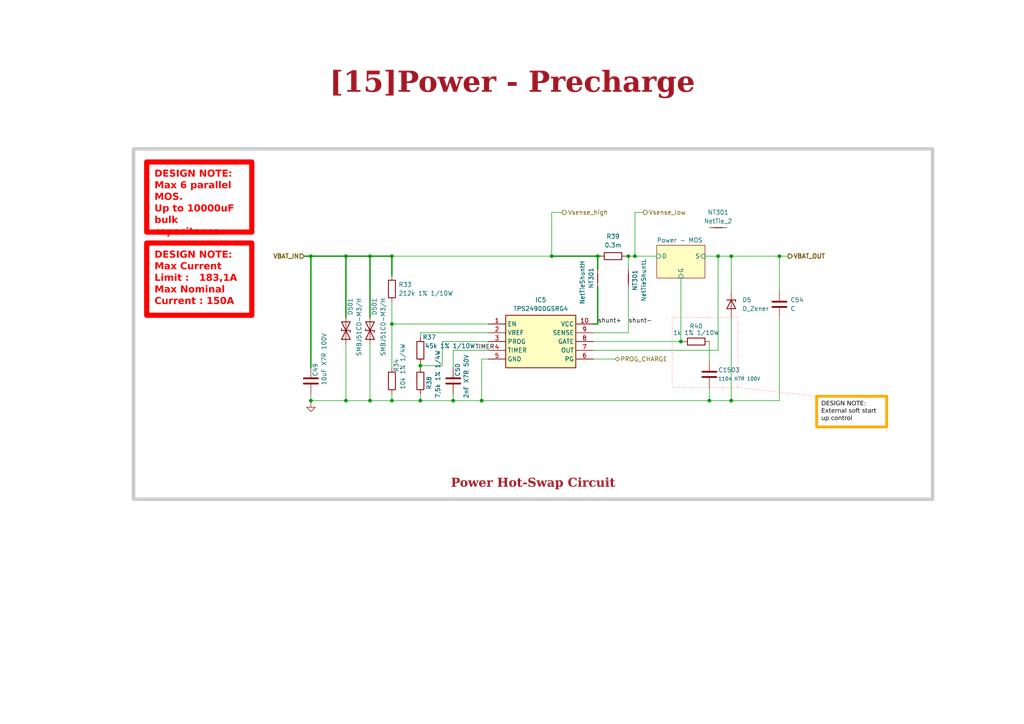
<source format=kicad_sch>
(kicad_sch (version 20230121) (generator eeschema)
  (paper "A4")
  (lib_symbols
    (symbol "Device:C" (pin_numbers hide) (pin_names (offset 0.254))
      (property "Reference" "C" (at 0.635 2.54 0))
      (property "Value" "C" (at 0.635 -2.54 0))
      (symbol "C_0_1"
        (polyline (pts (xy -2.032 -0.762) (xy 2.032 -0.762)) (stroke (width 0.508)))
        (polyline (pts (xy -2.032 0.762) (xy 2.032 0.762)) (stroke (width 0.508)))
      )
      (symbol "C_1_1"
        (pin passive line (at 0 3.81 270) (length 2.794) (name "~") (number "1"))
        (pin passive line (at 0 -3.81 90) (length 2.794) (name "~") (number "2"))
      )
    )
    (symbol "Device:D_Zener" (pin_numbers hide) (pin_names (offset 1.016) hide)
      (property "Reference" "D" (at 0 2.54 0))
      (property "Value" "D_Zener" (at 0 -2.54 0))
      (symbol "D_Zener_0_1"
        (polyline (pts (xy 1.27 0) (xy -1.27 0)))
        (polyline (pts (xy -1.27 -1.27) (xy -1.27 1.27) (xy -0.762 1.27)) (stroke (width 0.254)))
        (polyline (pts (xy 1.27 -1.27) (xy 1.27 1.27) (xy -1.27 0) (xy 1.27 -1.27)) (stroke (width 0.254)))
      )
      (symbol "D_Zener_1_1"
        (pin passive line (at -3.81 0 0) (length 2.54) (name "K") (number "1"))
        (pin passive line (at 3.81 0 180) (length 2.54) (name "A") (number "2"))
      )
    )
    (symbol "Device:NetTie_2" (pin_numbers hide) (pin_names (offset 0) hide) (in_bom no)
      (property "Reference" "NT" (at 0 1.27 0))
      (property "Value" "NetTie_2" (at 0 -1.27 0))
      (symbol "NetTie_2_0_1"
        (polyline (pts (xy -1.27 0) (xy 1.27 0)) (stroke (width 0.254)))
      )
      (symbol "NetTie_2_1_1"
        (pin passive line (at -2.54 0 0) (length 2.54) (name "1") (number "1"))
        (pin passive line (at 2.54 0 180) (length 2.54) (name "2") (number "2"))
      )
    )
    (symbol "Device:R" (pin_numbers hide) (pin_names (offset 0))
      (property "Reference" "R" (at 2.032 0 90))
      (property "Value" "R" (at 0 0 90))
      (symbol "R_0_1"
        (rectangle (start -1.016 -2.54) (end 1.016 2.54) (stroke (width 0.254)))
      )
      (symbol "R_1_1"
        (pin passive line (at 0 3.81 270) (length 1.27) (name "~") (number "1"))
        (pin passive line (at 0 -3.81 90) (length 1.27) (name "~") (number "2"))
      )
    )
    (symbol "R_1" (pin_numbers hide) (pin_names (offset 0))
      (property "Reference" "R1505" (at 5.715 0 90))
      (property "Value" "0.3m" (at 3.175 0 90))
      (property "Model" "WSLP3921 " (at -2.54 0 90))
      (symbol "R_1_0_1"
        (rectangle (start -1.016 -2.54) (end 1.016 2.54) (stroke (width 0.254)))
      )
      (symbol "R_1_1_1"
        (pin passive line (at 0 3.81 270) (length 1.27) (name "~") (number "1"))
        (pin passive line (at 0 -3.81 90) (length 1.27) (name "~") (number "2"))
      )
    )
    (symbol "SMBJ51CD-M3/H_1" (pin_numbers hide) (pin_names hide)
      (property "Reference" "D" (at 0 5.08 0))
      (property "Value" "SMBJ51CD-M3/H" (at 0 2.54 0))
      (symbol "SMBJ51CD-M3/H_1_0_1"
        (polyline (pts (xy 1.27 0) (xy -1.27 0)))
        (polyline (pts (xy 0.508 1.27) (xy 0 1.27) (xy 0 -1.27) (xy -0.508 -1.27)) (stroke (width 0.254)))
        (polyline (pts (xy -2.54 1.27) (xy -2.54 -1.27) (xy 2.54 1.27) (xy 2.54 -1.27) (xy -2.54 1.27)) (stroke (width 0.254)))
      )
      (symbol "SMBJ51CD-M3/H_1_1_1"
        (pin passive line (at -3.81 0 0) (length 2.54) (name "A1") (number "1"))
        (pin passive line (at 3.81 0 180) (length 2.54) (name "A2") (number "2"))
      )
    )
    (symbol "TPS2490DGSRG4:TPS2490DGSRG4"
      (property "Reference" "IC" (at 26.67 7.62 0))
      (property "Value" "TPS2490DGSRG4" (at 26.67 5.08 0))
      (symbol "TPS2490DGSRG4_1_1"
        (rectangle (start 5.08 2.54) (end 25.4 -12.7) (stroke (width 0.254)) (fill (type background)))
        (pin passive line (at 0 0 0) (length 5.08) (name "EN") (number "1"))
        (pin passive line (at 30.48 0 180) (length 5.08) (name "VCC") (number "10"))
        (pin passive line (at 0 -2.54 0) (length 5.08) (name "VREF") (number "2"))
        (pin passive line (at 0 -5.08 0) (length 5.08) (name "PROG") (number "3"))
        (pin passive line (at 0 -7.62 0) (length 5.08) (name "TIMER") (number "4"))
        (pin passive line (at 0 -10.16 0) (length 5.08) (name "GND") (number "5"))
        (pin passive line (at 30.48 -10.16 180) (length 5.08) (name "PG") (number "6"))
        (pin passive line (at 30.48 -7.62 180) (length 5.08) (name "OUT") (number "7"))
        (pin passive line (at 30.48 -5.08 180) (length 5.08) (name "GATE") (number "8"))
        (pin passive line (at 30.48 -2.54 180) (length 5.08) (name "SENSE") (number "9"))
      )
    )
    (symbol "power:GND" (power) (pin_names (offset 0))
      (property "Value" "GND" (at 0 -3.81 0))
      (symbol "GND_0_1"
        (polyline (pts (xy 0 0) (xy 0 -1.27) (xy 1.27 -1.27) (xy 0 -2.54) (xy -1.27 -1.27) (xy 0 -1.27)))
      )
      (symbol "GND_1_1"
        (pin power_in line (at 0 0 270) (length 0) hide (name "GND") (number "1"))
      )
    )
  )
  (junction (at 226.06 74.295))
  (junction (at 90.17 74.295))
  (junction (at 173.355 74.295))
  (junction (at 182.245 74.295))
  (junction (at 107.315 74.295))
  (junction (at 121.92 116.205))
  (junction (at 212.09 74.295))
  (junction (at 107.315 116.205))
  (junction (at 90.17 116.205))
  (junction (at 113.665 116.205))
  (junction (at 113.665 93.98))
  (junction (at 100.33 74.295))
  (junction (at 212.09 116.205))
  (junction (at 205.74 116.205))
  (junction (at 113.665 74.295))
  (junction (at 184.15 74.295))
  (junction (at 121.92 106.045))
  (junction (at 139.7 116.205))
  (junction (at 208.28 74.295))
  (junction (at 131.445 116.205))
  (junction (at 100.33 116.205))
  (junction (at 197.485 99.06))
  (junction (at 160.02 74.295))
  (wire (pts (xy 184.15 74.295) (xy 184.15 61.595)))
  (wire (pts (xy 173.355 83.185) (xy 173.355 93.98)) (stroke (width 0.381)))
  (wire (pts (xy 181.61 74.295) (xy 182.245 74.295)))
  (wire (pts (xy 121.92 114.3) (xy 121.92 116.205)))
  (wire (pts (xy 107.315 74.295) (xy 107.315 92.075)) (stroke (width 0.381)))
  (wire (pts (xy 131.445 116.205) (xy 139.7 116.205)))
  (wire (pts (xy 131.445 114.3) (xy 131.445 116.205)))
  (wire (pts (xy 121.92 96.52) (xy 121.92 97.79)))
  (wire (pts (xy 131.445 101.6) (xy 141.605 101.6)))
  (wire (pts (xy 182.245 74.295) (xy 182.245 78.105)))
  (wire (pts (xy 131.445 106.68) (xy 131.445 101.6)))
  (wire (pts (xy 205.74 116.205) (xy 212.09 116.205)))
  (wire (pts (xy 121.92 96.52) (xy 141.605 96.52)))
  (wire (pts (xy 160.02 61.595) (xy 163.195 61.595)))
  (wire (pts (xy 113.665 80.01) (xy 113.665 74.295)) (stroke (width 0.381)))
  (wire (pts (xy 113.665 114.3) (xy 113.665 116.205)))
  (wire (pts (xy 205.74 99.06) (xy 205.74 104.775)))
  (wire (pts (xy 107.315 116.205) (xy 113.665 116.205)))
  (wire (pts (xy 139.7 104.14) (xy 141.605 104.14)))
  (wire (pts (xy 88.265 74.295) (xy 90.17 74.295)) (stroke (width 0.381)))
  (wire (pts (xy 197.485 80.645) (xy 197.485 99.06)))
  (wire (pts (xy 90.17 116.84) (xy 90.17 116.205)))
  (wire (pts (xy 107.315 99.695) (xy 107.315 116.205)))
  (wire (pts (xy 226.06 92.075) (xy 226.06 116.205)))
  (wire (pts (xy 226.06 74.295) (xy 228.6 74.295)))
  (wire (pts (xy 182.245 74.295) (xy 184.15 74.295)))
  (wire (pts (xy 212.09 92.075) (xy 212.09 116.205)))
  (wire (pts (xy 205.74 112.395) (xy 205.74 116.205)))
  (wire (pts (xy 90.17 114.3) (xy 90.17 116.205)))
  (wire (pts (xy 90.17 74.295) (xy 100.33 74.295)) (stroke (width 0.381)))
  (wire (pts (xy 184.15 61.595) (xy 186.69 61.595)))
  (wire (pts (xy 139.7 116.205) (xy 205.74 116.205)))
  (wire (pts (xy 173.355 74.295) (xy 173.99 74.295)) (stroke (width 0.381)))
  (wire (pts (xy 173.355 74.295) (xy 173.355 78.105)) (stroke (width 0.381)))
  (wire (pts (xy 113.665 93.98) (xy 141.605 93.98)))
  (wire (pts (xy 100.33 74.295) (xy 107.315 74.295)) (stroke (width 0.381)))
  (wire (pts (xy 182.245 83.185) (xy 182.245 96.52)))
  (wire (pts (xy 226.06 74.295) (xy 212.09 74.295)))
  (wire (pts (xy 226.06 84.455) (xy 226.06 74.295)))
  (wire (pts (xy 90.17 74.295) (xy 90.17 106.68)) (stroke (width 0.381)))
  (wire (pts (xy 100.33 99.695) (xy 100.33 116.205)))
  (wire (pts (xy 172.085 99.06) (xy 197.485 99.06)))
  (wire (pts (xy 128.27 99.06) (xy 141.605 99.06)))
  (wire (pts (xy 128.27 106.045) (xy 121.92 106.045)))
  (wire (pts (xy 184.15 74.295) (xy 190.5 74.295)))
  (wire (pts (xy 100.33 116.205) (xy 107.315 116.205)))
  (wire (pts (xy 113.665 74.295) (xy 160.02 74.295)))
  (wire (pts (xy 113.665 116.205) (xy 121.92 116.205)))
  (wire (pts (xy 90.17 116.205) (xy 100.33 116.205)))
  (wire (pts (xy 107.315 74.295) (xy 113.665 74.295)) (stroke (width 0.381)))
  (wire (pts (xy 172.085 96.52) (xy 182.245 96.52)))
  (wire (pts (xy 208.28 101.6) (xy 208.28 74.295)))
  (wire (pts (xy 113.665 93.98) (xy 113.665 106.68)))
  (wire (pts (xy 121.92 106.045) (xy 121.92 106.68)))
  (wire (pts (xy 172.085 93.98) (xy 173.355 93.98)) (stroke (width 0.381)))
  (wire (pts (xy 160.02 74.295) (xy 173.355 74.295)) (stroke (width 0.381)))
  (wire (pts (xy 208.28 74.295) (xy 212.09 74.295)))
  (wire (pts (xy 128.27 99.06) (xy 128.27 106.045)))
  (wire (pts (xy 121.92 105.41) (xy 121.92 106.045)))
  (polyline (pts (xy 213.995 112.395) (xy 236.855 114.935)) (stroke (width 0) (type dot) (color 255 0 0 1)))
  (wire (pts (xy 226.06 116.205) (xy 212.09 116.205)))
  (wire (pts (xy 172.085 101.6) (xy 208.28 101.6)))
  (wire (pts (xy 160.02 74.295) (xy 160.02 61.595)))
  (wire (pts (xy 100.33 74.295) (xy 100.33 92.075)) (stroke (width 0.381)))
  (wire (pts (xy 204.47 74.295) (xy 208.28 74.295)))
  (wire (pts (xy 113.665 87.63) (xy 113.665 93.98)))
  (wire (pts (xy 172.085 104.14) (xy 178.435 104.14)))
  (wire (pts (xy 139.7 116.205) (xy 139.7 104.14)))
  (wire (pts (xy 121.92 116.205) (xy 131.445 116.205)))
  (wire (pts (xy 212.09 84.455) (xy 212.09 74.295)))
  (wire (pts (xy 198.12 99.06) (xy 197.485 99.06)))
  (rectangle (start 38.735 43.18) (end 270.51 144.78) (stroke (width 1) (color 200 200 200 1)))
  (rectangle (start 194.945 92.075) (end 213.995 112.395) (stroke (width 0) (type dot) (color 255 0 0 1)))
  (text_box "Power Hot-Swap Circuit\n" (at 38.735 136.525 0) (size 231.775 6.985) (stroke (width -0.0001)) (effects (font (size 2.54 2.54) (thickness 0.508) bold) (justify bottom)))
  (text_box "DESIGN NOTE:\nMax 6 parallel MOS.\nUp to 10000uF bulk capacitance" (at 42.545 46.99 0) (size 30.48 20.32) (stroke (width 1.5) (color 255 0 0 1)) (effects (font (size 2 2) (thickness 0.4) bold) (justify left top)))
  (text_box "[15]Power - Precharge\n" (at 12.065 17.78 0) (size 273.05 12.7) (stroke (width -0.0001)) (effects (font (size 6 6) (thickness 1.2) bold)))
  (text_box "DESIGN NOTE:\nMax Current Limit :   183,1A\nMax Nominal Current : 150A" (at 42.545 70.485 0) (size 30.48 20.955) (stroke (width 1.5) (color 255 0 0 1)) (effects (font (size 2 2) (thickness 0.4) bold) (justify left top)))
  (text_box "DESIGN NOTE:\nExternal soft start up control" (at 236.855 114.935 0) (size 20.32 8.89) (stroke (width 0.8) (color 255 165 0 1)) (effects (font (size 1.27 1.27)) (justify left top)))
  (label "shunt-" (at 182.245 93.98 0))
  (label "shunt+" (at 173.355 93.98 0))
  (label "TIMER" (at 137.795 101.6 0))
  (hierarchical_label "Vsense_high" (shape output) (at 163.195 61.595 0))
  (hierarchical_label "VBAT_OUT" (shape output) (at 228.6 74.295 0) (effects (font (thickness 0.254) bold)))
  (hierarchical_label "PROG_CHARGE" (shape bidirectional) (at 178.435 104.14 0))
  (hierarchical_label "Vsense_low" (shape output) (at 186.69 61.595 0))
  (hierarchical_label "VBAT_IN" (shape input) (at 88.265 74.295 180) (effects (font (thickness 0.254) bold)))
  (symbol (lib_id "Device:R") (at 121.92 101.6 180) (unit 1)
    (property "Reference" "R37" (at 122.555 97.79 0) (effects (justify right)))
    (property "Value" "45k 1% 1/10W" (at 123.19 100.33 0) (effects (justify right)))
    (property "Footprint" "0_resistor_smd:R_0603_1608_DensityHigh" (effects hide))
    (instances (project "smps_legged_robot" (path "" (reference "R37") (unit 1)) (path "" (reference "R1503") (unit 1))))
  )
  (symbol (lib_id "Device:C") (at 90.17 110.49 0) (unit 1)
    (property "Reference" "C49" (at 91.44 109.22 90) (effects (justify left)))
    (property "Value" "10uF X7R 100V " (at 93.98 111.76 90) (effects (justify left)))
    (property "Footprint" "0_capacitor_smd:C_1210_3225_DensityHigh" (effects hide))
    (instances (project "smps_legged_robot" (path "" (reference "C49") (unit 1)) (path "" (reference "C1501") (unit 1))))
  )
  (symbol (lib_id "Device:C") (at 205.74 108.585 0) (unit 1)
    (property "Reference" "C1503" (at 208.28 107.315 0) (effects (justify left)))
    (property "Value" "110n X7R 100V" (at 208.28 109.855 0) (effects (font (size 1.016 1.016)) (justify left)))
    (property "Footprint" "0_capacitor_smd:C_0603_1608_DensityHigh" (effects hide))
    (property "Datasheet" "https://mm.digikey.com/Volume0/opasdata/d220001/medias/docus/21/HMK107B7104KAHT_SS.pdf" (effects hide))
    (property "Description" "0.1 µF ±10% 100V Ceramic Capacitor X7R 0603 (1608 Metric)" (effects hide))
    (property "Manufacturer" "Taiyo Yuden" (effects hide))
    (property "Manufacturer Part Number" "HMK107B7104KAHT" (effects hide))
    (property "Supplier 1" "Digikey" (effects hide))
    (property "Supplier Part Number 1" "587-6009-1-ND" (effects hide))
  )
  (symbol (lib_id "Device:NetTie_2") (at 208.28 66.04 180) (unit 1) (in_bom no)
    (property "Reference" "NT301" (at 208.28 61.595 0))
    (property "Value" "NetTie_2" (at 208.28 64.135 0))
    (instances (project "smps_legged_robot" (path "" (reference "NT301") (unit 1)) (path "" (reference "NT1601") (unit 1)) (path "" (reference "NT1102") (unit 1))))
  )
  (symbol (lib_name "SMBJ51CD-M3/H_1") (lib_id "0_diode:SMBJ51CD-M3/H") (at 100.33 95.885 90) (unit 1)
    (property "Reference" "D501" (at 101.6 86.36 0) (effects (justify right)))
    (property "Value" "SMBJ51CD-M3/H" (at 104.14 86.36 0) (effects (justify right)))
    (property "Footprint" "0_diode_smd:DIOM4336X24N" (effects hide))
    (property "Datasheet" "https://www.vishay.com/docs/87606/smbj5cdthrusmbj120cd.pdf" (effects hide))
    (property "Description" "Surface-Mount TRANSZORB® Transient Voltage Suppressors" (effects hide))
    (property "Manufacturer" "Vishay" (effects hide))
    (property "Manufacturer Part Number" "SMBJ51CD-M3/H" (effects hide))
    (property "Supplier 1" "Digikey" (effects hide))
    (property "Supplier Part Number 1" "SMBJ51CD-M3/HGICT-ND" (effects hide))
    (instances (project "smps_legged_robot" (path "" (reference "D501") (unit 1)) (path "" (reference "D1501") (unit 1))))
  )
  (symbol (lib_id "Device:C") (at 131.445 110.49 0) (unit 1)
    (property "Reference" "C50" (at 132.715 109.22 90) (effects (justify left)))
    (property "Value" "2nF X7R 50V" (at 135.255 115.57 90) (effects (justify left)))
    (property "Footprint" "0_capacitor_smd:C_1206_3216_DensityHigh" (effects hide))
    (instances (project "smps_legged_robot" (path "" (reference "C50") (unit 1)) (path "" (reference "C1502") (unit 1))))
  )
  (symbol (lib_id "Device:C") (at 226.06 88.265 0) (unit 1)
    (property "Reference" "C54" (at 229.235 86.995 0) (effects (justify left)))
    (property "Value" "C" (at 229.235 89.535 0) (effects (justify left)))
    (instances (project "smps_legged_robot" (path "" (reference "C54") (unit 1)) (path "" (reference "C1504") (unit 1))))
  )
  (symbol (lib_name "R_1") (lib_id "Device:R") (at 177.8 74.295 90) (unit 1)
    (property "Reference" "R39" (at 177.8 68.58 90))
    (property "Value" "0.3m" (at 177.8 71.12 90))
    (property "Footprint" "0_resistor_smd:RES_WSLP3921_.003OHM_VIS" (effects hide))
    (property "Model" "WSLP3921 " (effects hide))
    (instances (project "smps_legged_robot" (path "" (reference "R39") (unit 1)) (path "" (reference "R1505") (unit 1))))
  )
  (symbol (lib_id "Device:NetTie_2") (at 182.245 80.645 270) (unit 1) (in_bom no)
    (property "Reference" "NT301" (at 184.15 81.28 0))
    (property "Value" "NetTieShuntL" (at 186.69 81.28 0))
    (property "Footprint" "0_net_tie:NetTie-2_SMD_Pad0.2mm" (effects hide))
    (instances (project "smps_legged_robot" (path "" (reference "NT301") (unit 1)) (path "" (reference "NT1601") (unit 1)) (path "" (reference "NT1103") (unit 1))))
  )
  (symbol (lib_id "Device:D_Zener") (at 212.09 88.265 270) (unit 1)
    (property "Reference" "D5" (at 215.265 86.995 90) (effects (justify left)))
    (property "Value" "D_Zener" (at 215.265 89.535 90) (effects (justify left)))
    (instances (project "smps_legged_robot" (path "" (reference "D5") (unit 1)) (path "" (reference "D1502") (unit 1))))
  )
  (symbol (lib_id "power:GND") (at 90.17 116.84 0) (unit 1)
    (property "Reference" "#PWR018" (effects hide))
    (property "Value" "GND" (effects hide))
    (instances (project "smps_legged_robot" (path "" (reference "#PWR018") (unit 1)) (path "" (reference "#PWR01501") (unit 1))))
  )
  (symbol (lib_id "Device:R") (at 113.665 83.82 180) (unit 1)
    (property "Reference" "R33" (at 115.57 82.55 0) (effects (justify right)))
    (property "Value" "212k 1% 1/10W" (at 115.57 85.09 0) (effects (justify right)))
    (property "Footprint" "0_resistor_smd:R_0603_1608_DensityHigh" (effects hide))
    (instances (project "smps_legged_robot" (path "" (reference "R33") (unit 1)) (path "" (reference "R1501") (unit 1))))
  )
  (symbol (lib_id "Device:R") (at 201.93 99.06 90) (unit 1)
    (property "Reference" "R40" (at 201.93 94.615 90))
    (property "Value" "1k 1% 1/10W" (at 201.93 96.52 90))
    (property "Footprint" "0_resistor_smd:R_0603_1608_DensityHigh" (effects hide))
    (instances (project "smps_legged_robot" (path "" (reference "R40") (unit 1)) (path "" (reference "R1507") (unit 1))))
  )
  (symbol (lib_id "Device:R") (at 113.665 110.49 180) (unit 1)
    (property "Reference" "R34" (at 114.935 107.95 90) (effects (justify right)))
    (property "Value" "10k 1% 1/4W" (at 116.84 113.03 90) (effects (justify right)))
    (property "Footprint" "0_resistor_smd:R_1206_3216_DensityHigh_Large" (effects hide))
    (instances (project "smps_legged_robot" (path "" (reference "R34") (unit 1)) (path "" (reference "R1502") (unit 1))))
  )
  (symbol (lib_id "Device:NetTie_2") (at 173.355 80.645 90) (unit 1) (in_bom no)
    (property "Reference" "NT301" (at 171.45 80.645 0))
    (property "Value" "NetTieShuntH" (at 168.91 81.915 0))
    (property "Footprint" "0_net_tie:NetTie-2_SMD_Pad0.2mm" (effects hide))
    (instances (project "smps_legged_robot" (path "" (reference "NT301") (unit 1)) (path "" (reference "NT1601") (unit 1)) (path "" (reference "NT1101") (unit 1))))
  )
  (symbol (lib_name "SMBJ51CD-M3/H_1") (lib_id "0_diode:SMBJ51CD-M3/H") (at 107.315 95.885 90) (unit 1)
    (property "Reference" "D501" (at 108.585 86.36 0) (effects (justify right)))
    (property "Value" "SMBJ51CD-M3/H" (at 111.125 86.36 0) (effects (justify right)))
    (property "Footprint" "0_diode_smd:DIOM4336X24N" (effects hide))
    (property "Datasheet" "https://www.vishay.com/docs/87606/smbj5cdthrusmbj120cd.pdf" (effects hide))
    (property "Description" "Surface-Mount TRANSZORB® Transient Voltage Suppressors" (effects hide))
    (property "Manufacturer" "Vishay" (effects hide))
    (property "Manufacturer Part Number" "SMBJ51CD-M3/H" (effects hide))
    (property "Supplier 1" "Digikey" (effects hide))
    (property "Supplier Part Number 1" "SMBJ51CD-M3/HGICT-ND" (effects hide))
    (instances (project "smps_legged_robot" (path "" (reference "D501") (unit 1)) (path "" (reference "D1503") (unit 1))))
  )
  (symbol (lib_id "TPS2490DGSRG4:TPS2490DGSRG4") (at 141.605 93.98 0) (unit 1)
    (property "Reference" "IC5" (at 156.845 86.995 0))
    (property "Value" "TPS2490DGSRG4" (at 156.845 89.535 0))
    (property "Footprint" "0_connectors:SOP50P490X110-10N" (effects hide))
    (property "Datasheet" "https://www.ti.com/lit/gpn/tps2490" (effects hide))
    (property "Height" "1.1" (effects hide))
    (property "Mouser Part Number" "595-TPS2490DGSRG4" (effects hide))
    (property "Mouser Price/Stock" "https://www.mouser.co.uk/ProductDetail/Texas-Instruments/TPS2490DGSRG4?qs=zwk82MlA57auQClRqTFrLQ%3D%3D" (effects hide))
    (property "Manufacturer_Name" "Texas Instruments" (effects hide))
    (property "Manufacturer_Part_Number" "TPS2490DGSRG4" (effects hide))
    (instances (project "smps_legged_robot" (path "" (reference "IC5") (unit 1)) (path "" (reference "IC1501") (unit 1))))
  )
  (symbol (lib_id "Device:R") (at 121.92 110.49 180) (unit 1)
    (property "Reference" "R38" (at 124.46 113.03 90) (effects (justify right)))
    (property "Value" "7,5k 1% 1/4W" (at 127 115.57 90) (effects (justify right)))
    (property "Footprint" "0_resistor_smd:R_1206_3216_DensityHigh_Large" (effects hide))
    (instances (project "smps_legged_robot" (path "" (reference "R38") (unit 1)) (path "" (reference "R1504") (unit 1))))
  )
  (sheet (at 190.5 71.12) (size 13.97 9.525) (stroke (width 0.1524)) (fill (color 255 255 194 1.0000))
    (property "Sheetname" "Power - MOS" (at 190.5 70.4084 0) (effects (justify left bottom)))
    (property "Sheetfile" "power_mos.kicad_sch" (effects hide))
    (pin "S" input (at 204.47 74.295 0))
    (pin "G" input (at 197.485 80.645 270))
    (pin "D" input (at 190.5 74.295 180))
  )
)
</source>
